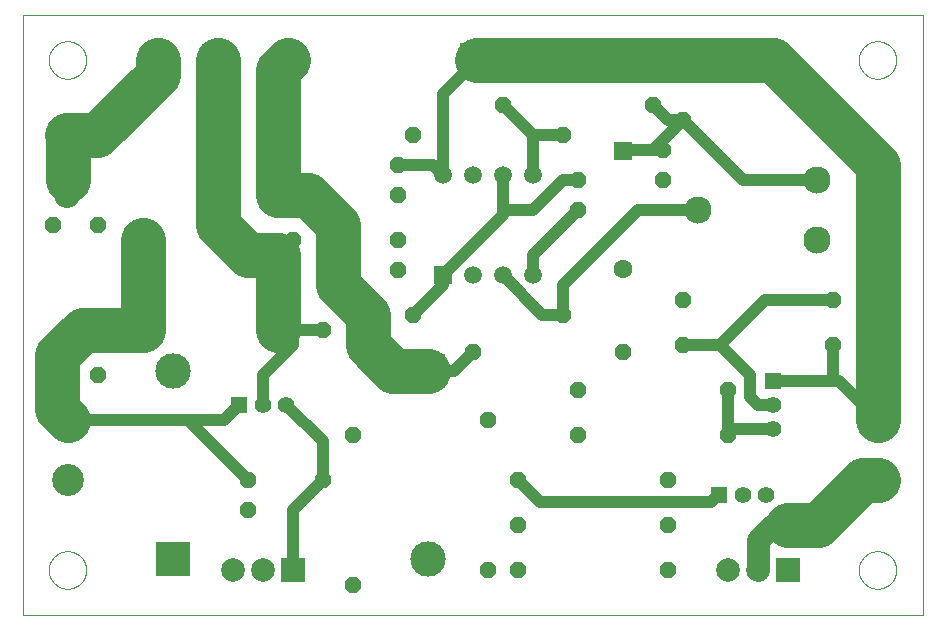
<source format=gtl>
G75*
%MOIN*%
%OFA0B0*%
%FSLAX25Y25*%
%IPPOS*%
%LPD*%
%AMOC8*
5,1,8,0,0,1.08239X$1,22.5*
%
%ADD10C,0.00000*%
%ADD11OC8,0.05600*%
%ADD12R,0.11811X0.11811*%
%ADD13C,0.11811*%
%ADD14R,0.06299X0.06299*%
%ADD15C,0.06299*%
%ADD16C,0.08661*%
%ADD17R,0.10630X0.10630*%
%ADD18C,0.10630*%
%ADD19R,0.05512X0.05512*%
%ADD20C,0.05512*%
%ADD21R,0.07874X0.07874*%
%ADD22C,0.07874*%
%ADD23C,0.09055*%
%ADD24R,0.05906X0.05906*%
%ADD25C,0.05906*%
%ADD26C,0.07500*%
%ADD27C,0.15000*%
%ADD28C,0.04000*%
D10*
X0001000Y0001000D02*
X0001000Y0201000D01*
X0301000Y0201000D01*
X0301000Y0001000D01*
X0001000Y0001000D01*
X0009750Y0016000D02*
X0009752Y0016158D01*
X0009758Y0016315D01*
X0009768Y0016473D01*
X0009782Y0016630D01*
X0009800Y0016786D01*
X0009821Y0016943D01*
X0009847Y0017098D01*
X0009877Y0017253D01*
X0009910Y0017407D01*
X0009948Y0017560D01*
X0009989Y0017713D01*
X0010034Y0017864D01*
X0010083Y0018014D01*
X0010136Y0018162D01*
X0010192Y0018310D01*
X0010253Y0018455D01*
X0010316Y0018600D01*
X0010384Y0018742D01*
X0010455Y0018883D01*
X0010529Y0019022D01*
X0010607Y0019159D01*
X0010689Y0019294D01*
X0010773Y0019427D01*
X0010862Y0019558D01*
X0010953Y0019686D01*
X0011048Y0019813D01*
X0011145Y0019936D01*
X0011246Y0020058D01*
X0011350Y0020176D01*
X0011457Y0020292D01*
X0011567Y0020405D01*
X0011679Y0020516D01*
X0011795Y0020623D01*
X0011913Y0020728D01*
X0012033Y0020830D01*
X0012156Y0020928D01*
X0012282Y0021024D01*
X0012410Y0021116D01*
X0012540Y0021205D01*
X0012672Y0021291D01*
X0012807Y0021373D01*
X0012944Y0021452D01*
X0013082Y0021527D01*
X0013222Y0021599D01*
X0013365Y0021667D01*
X0013508Y0021732D01*
X0013654Y0021793D01*
X0013801Y0021850D01*
X0013949Y0021904D01*
X0014099Y0021954D01*
X0014249Y0022000D01*
X0014401Y0022042D01*
X0014554Y0022081D01*
X0014708Y0022115D01*
X0014863Y0022146D01*
X0015018Y0022172D01*
X0015174Y0022195D01*
X0015331Y0022214D01*
X0015488Y0022229D01*
X0015645Y0022240D01*
X0015803Y0022247D01*
X0015961Y0022250D01*
X0016118Y0022249D01*
X0016276Y0022244D01*
X0016433Y0022235D01*
X0016591Y0022222D01*
X0016747Y0022205D01*
X0016904Y0022184D01*
X0017059Y0022160D01*
X0017214Y0022131D01*
X0017369Y0022098D01*
X0017522Y0022062D01*
X0017675Y0022021D01*
X0017826Y0021977D01*
X0017976Y0021929D01*
X0018125Y0021878D01*
X0018273Y0021822D01*
X0018419Y0021763D01*
X0018564Y0021700D01*
X0018707Y0021633D01*
X0018848Y0021563D01*
X0018987Y0021490D01*
X0019125Y0021413D01*
X0019261Y0021332D01*
X0019394Y0021248D01*
X0019525Y0021161D01*
X0019654Y0021070D01*
X0019781Y0020976D01*
X0019906Y0020879D01*
X0020027Y0020779D01*
X0020147Y0020676D01*
X0020263Y0020570D01*
X0020377Y0020461D01*
X0020489Y0020349D01*
X0020597Y0020235D01*
X0020702Y0020117D01*
X0020805Y0019997D01*
X0020904Y0019875D01*
X0021000Y0019750D01*
X0021093Y0019622D01*
X0021183Y0019493D01*
X0021269Y0019361D01*
X0021353Y0019227D01*
X0021432Y0019091D01*
X0021509Y0018953D01*
X0021581Y0018813D01*
X0021650Y0018671D01*
X0021716Y0018528D01*
X0021778Y0018383D01*
X0021836Y0018236D01*
X0021891Y0018088D01*
X0021942Y0017939D01*
X0021989Y0017788D01*
X0022032Y0017637D01*
X0022071Y0017484D01*
X0022107Y0017330D01*
X0022138Y0017176D01*
X0022166Y0017021D01*
X0022190Y0016865D01*
X0022210Y0016708D01*
X0022226Y0016551D01*
X0022238Y0016394D01*
X0022246Y0016237D01*
X0022250Y0016079D01*
X0022250Y0015921D01*
X0022246Y0015763D01*
X0022238Y0015606D01*
X0022226Y0015449D01*
X0022210Y0015292D01*
X0022190Y0015135D01*
X0022166Y0014979D01*
X0022138Y0014824D01*
X0022107Y0014670D01*
X0022071Y0014516D01*
X0022032Y0014363D01*
X0021989Y0014212D01*
X0021942Y0014061D01*
X0021891Y0013912D01*
X0021836Y0013764D01*
X0021778Y0013617D01*
X0021716Y0013472D01*
X0021650Y0013329D01*
X0021581Y0013187D01*
X0021509Y0013047D01*
X0021432Y0012909D01*
X0021353Y0012773D01*
X0021269Y0012639D01*
X0021183Y0012507D01*
X0021093Y0012378D01*
X0021000Y0012250D01*
X0020904Y0012125D01*
X0020805Y0012003D01*
X0020702Y0011883D01*
X0020597Y0011765D01*
X0020489Y0011651D01*
X0020377Y0011539D01*
X0020263Y0011430D01*
X0020147Y0011324D01*
X0020027Y0011221D01*
X0019906Y0011121D01*
X0019781Y0011024D01*
X0019654Y0010930D01*
X0019525Y0010839D01*
X0019394Y0010752D01*
X0019261Y0010668D01*
X0019125Y0010587D01*
X0018987Y0010510D01*
X0018848Y0010437D01*
X0018707Y0010367D01*
X0018564Y0010300D01*
X0018419Y0010237D01*
X0018273Y0010178D01*
X0018125Y0010122D01*
X0017976Y0010071D01*
X0017826Y0010023D01*
X0017675Y0009979D01*
X0017522Y0009938D01*
X0017369Y0009902D01*
X0017214Y0009869D01*
X0017059Y0009840D01*
X0016904Y0009816D01*
X0016747Y0009795D01*
X0016591Y0009778D01*
X0016433Y0009765D01*
X0016276Y0009756D01*
X0016118Y0009751D01*
X0015961Y0009750D01*
X0015803Y0009753D01*
X0015645Y0009760D01*
X0015488Y0009771D01*
X0015331Y0009786D01*
X0015174Y0009805D01*
X0015018Y0009828D01*
X0014863Y0009854D01*
X0014708Y0009885D01*
X0014554Y0009919D01*
X0014401Y0009958D01*
X0014249Y0010000D01*
X0014099Y0010046D01*
X0013949Y0010096D01*
X0013801Y0010150D01*
X0013654Y0010207D01*
X0013508Y0010268D01*
X0013365Y0010333D01*
X0013222Y0010401D01*
X0013082Y0010473D01*
X0012944Y0010548D01*
X0012807Y0010627D01*
X0012672Y0010709D01*
X0012540Y0010795D01*
X0012410Y0010884D01*
X0012282Y0010976D01*
X0012156Y0011072D01*
X0012033Y0011170D01*
X0011913Y0011272D01*
X0011795Y0011377D01*
X0011679Y0011484D01*
X0011567Y0011595D01*
X0011457Y0011708D01*
X0011350Y0011824D01*
X0011246Y0011942D01*
X0011145Y0012064D01*
X0011048Y0012187D01*
X0010953Y0012314D01*
X0010862Y0012442D01*
X0010773Y0012573D01*
X0010689Y0012706D01*
X0010607Y0012841D01*
X0010529Y0012978D01*
X0010455Y0013117D01*
X0010384Y0013258D01*
X0010316Y0013400D01*
X0010253Y0013545D01*
X0010192Y0013690D01*
X0010136Y0013838D01*
X0010083Y0013986D01*
X0010034Y0014136D01*
X0009989Y0014287D01*
X0009948Y0014440D01*
X0009910Y0014593D01*
X0009877Y0014747D01*
X0009847Y0014902D01*
X0009821Y0015057D01*
X0009800Y0015214D01*
X0009782Y0015370D01*
X0009768Y0015527D01*
X0009758Y0015685D01*
X0009752Y0015842D01*
X0009750Y0016000D01*
X0009750Y0186000D02*
X0009752Y0186158D01*
X0009758Y0186315D01*
X0009768Y0186473D01*
X0009782Y0186630D01*
X0009800Y0186786D01*
X0009821Y0186943D01*
X0009847Y0187098D01*
X0009877Y0187253D01*
X0009910Y0187407D01*
X0009948Y0187560D01*
X0009989Y0187713D01*
X0010034Y0187864D01*
X0010083Y0188014D01*
X0010136Y0188162D01*
X0010192Y0188310D01*
X0010253Y0188455D01*
X0010316Y0188600D01*
X0010384Y0188742D01*
X0010455Y0188883D01*
X0010529Y0189022D01*
X0010607Y0189159D01*
X0010689Y0189294D01*
X0010773Y0189427D01*
X0010862Y0189558D01*
X0010953Y0189686D01*
X0011048Y0189813D01*
X0011145Y0189936D01*
X0011246Y0190058D01*
X0011350Y0190176D01*
X0011457Y0190292D01*
X0011567Y0190405D01*
X0011679Y0190516D01*
X0011795Y0190623D01*
X0011913Y0190728D01*
X0012033Y0190830D01*
X0012156Y0190928D01*
X0012282Y0191024D01*
X0012410Y0191116D01*
X0012540Y0191205D01*
X0012672Y0191291D01*
X0012807Y0191373D01*
X0012944Y0191452D01*
X0013082Y0191527D01*
X0013222Y0191599D01*
X0013365Y0191667D01*
X0013508Y0191732D01*
X0013654Y0191793D01*
X0013801Y0191850D01*
X0013949Y0191904D01*
X0014099Y0191954D01*
X0014249Y0192000D01*
X0014401Y0192042D01*
X0014554Y0192081D01*
X0014708Y0192115D01*
X0014863Y0192146D01*
X0015018Y0192172D01*
X0015174Y0192195D01*
X0015331Y0192214D01*
X0015488Y0192229D01*
X0015645Y0192240D01*
X0015803Y0192247D01*
X0015961Y0192250D01*
X0016118Y0192249D01*
X0016276Y0192244D01*
X0016433Y0192235D01*
X0016591Y0192222D01*
X0016747Y0192205D01*
X0016904Y0192184D01*
X0017059Y0192160D01*
X0017214Y0192131D01*
X0017369Y0192098D01*
X0017522Y0192062D01*
X0017675Y0192021D01*
X0017826Y0191977D01*
X0017976Y0191929D01*
X0018125Y0191878D01*
X0018273Y0191822D01*
X0018419Y0191763D01*
X0018564Y0191700D01*
X0018707Y0191633D01*
X0018848Y0191563D01*
X0018987Y0191490D01*
X0019125Y0191413D01*
X0019261Y0191332D01*
X0019394Y0191248D01*
X0019525Y0191161D01*
X0019654Y0191070D01*
X0019781Y0190976D01*
X0019906Y0190879D01*
X0020027Y0190779D01*
X0020147Y0190676D01*
X0020263Y0190570D01*
X0020377Y0190461D01*
X0020489Y0190349D01*
X0020597Y0190235D01*
X0020702Y0190117D01*
X0020805Y0189997D01*
X0020904Y0189875D01*
X0021000Y0189750D01*
X0021093Y0189622D01*
X0021183Y0189493D01*
X0021269Y0189361D01*
X0021353Y0189227D01*
X0021432Y0189091D01*
X0021509Y0188953D01*
X0021581Y0188813D01*
X0021650Y0188671D01*
X0021716Y0188528D01*
X0021778Y0188383D01*
X0021836Y0188236D01*
X0021891Y0188088D01*
X0021942Y0187939D01*
X0021989Y0187788D01*
X0022032Y0187637D01*
X0022071Y0187484D01*
X0022107Y0187330D01*
X0022138Y0187176D01*
X0022166Y0187021D01*
X0022190Y0186865D01*
X0022210Y0186708D01*
X0022226Y0186551D01*
X0022238Y0186394D01*
X0022246Y0186237D01*
X0022250Y0186079D01*
X0022250Y0185921D01*
X0022246Y0185763D01*
X0022238Y0185606D01*
X0022226Y0185449D01*
X0022210Y0185292D01*
X0022190Y0185135D01*
X0022166Y0184979D01*
X0022138Y0184824D01*
X0022107Y0184670D01*
X0022071Y0184516D01*
X0022032Y0184363D01*
X0021989Y0184212D01*
X0021942Y0184061D01*
X0021891Y0183912D01*
X0021836Y0183764D01*
X0021778Y0183617D01*
X0021716Y0183472D01*
X0021650Y0183329D01*
X0021581Y0183187D01*
X0021509Y0183047D01*
X0021432Y0182909D01*
X0021353Y0182773D01*
X0021269Y0182639D01*
X0021183Y0182507D01*
X0021093Y0182378D01*
X0021000Y0182250D01*
X0020904Y0182125D01*
X0020805Y0182003D01*
X0020702Y0181883D01*
X0020597Y0181765D01*
X0020489Y0181651D01*
X0020377Y0181539D01*
X0020263Y0181430D01*
X0020147Y0181324D01*
X0020027Y0181221D01*
X0019906Y0181121D01*
X0019781Y0181024D01*
X0019654Y0180930D01*
X0019525Y0180839D01*
X0019394Y0180752D01*
X0019261Y0180668D01*
X0019125Y0180587D01*
X0018987Y0180510D01*
X0018848Y0180437D01*
X0018707Y0180367D01*
X0018564Y0180300D01*
X0018419Y0180237D01*
X0018273Y0180178D01*
X0018125Y0180122D01*
X0017976Y0180071D01*
X0017826Y0180023D01*
X0017675Y0179979D01*
X0017522Y0179938D01*
X0017369Y0179902D01*
X0017214Y0179869D01*
X0017059Y0179840D01*
X0016904Y0179816D01*
X0016747Y0179795D01*
X0016591Y0179778D01*
X0016433Y0179765D01*
X0016276Y0179756D01*
X0016118Y0179751D01*
X0015961Y0179750D01*
X0015803Y0179753D01*
X0015645Y0179760D01*
X0015488Y0179771D01*
X0015331Y0179786D01*
X0015174Y0179805D01*
X0015018Y0179828D01*
X0014863Y0179854D01*
X0014708Y0179885D01*
X0014554Y0179919D01*
X0014401Y0179958D01*
X0014249Y0180000D01*
X0014099Y0180046D01*
X0013949Y0180096D01*
X0013801Y0180150D01*
X0013654Y0180207D01*
X0013508Y0180268D01*
X0013365Y0180333D01*
X0013222Y0180401D01*
X0013082Y0180473D01*
X0012944Y0180548D01*
X0012807Y0180627D01*
X0012672Y0180709D01*
X0012540Y0180795D01*
X0012410Y0180884D01*
X0012282Y0180976D01*
X0012156Y0181072D01*
X0012033Y0181170D01*
X0011913Y0181272D01*
X0011795Y0181377D01*
X0011679Y0181484D01*
X0011567Y0181595D01*
X0011457Y0181708D01*
X0011350Y0181824D01*
X0011246Y0181942D01*
X0011145Y0182064D01*
X0011048Y0182187D01*
X0010953Y0182314D01*
X0010862Y0182442D01*
X0010773Y0182573D01*
X0010689Y0182706D01*
X0010607Y0182841D01*
X0010529Y0182978D01*
X0010455Y0183117D01*
X0010384Y0183258D01*
X0010316Y0183400D01*
X0010253Y0183545D01*
X0010192Y0183690D01*
X0010136Y0183838D01*
X0010083Y0183986D01*
X0010034Y0184136D01*
X0009989Y0184287D01*
X0009948Y0184440D01*
X0009910Y0184593D01*
X0009877Y0184747D01*
X0009847Y0184902D01*
X0009821Y0185057D01*
X0009800Y0185214D01*
X0009782Y0185370D01*
X0009768Y0185527D01*
X0009758Y0185685D01*
X0009752Y0185842D01*
X0009750Y0186000D01*
X0279750Y0186000D02*
X0279752Y0186158D01*
X0279758Y0186315D01*
X0279768Y0186473D01*
X0279782Y0186630D01*
X0279800Y0186786D01*
X0279821Y0186943D01*
X0279847Y0187098D01*
X0279877Y0187253D01*
X0279910Y0187407D01*
X0279948Y0187560D01*
X0279989Y0187713D01*
X0280034Y0187864D01*
X0280083Y0188014D01*
X0280136Y0188162D01*
X0280192Y0188310D01*
X0280253Y0188455D01*
X0280316Y0188600D01*
X0280384Y0188742D01*
X0280455Y0188883D01*
X0280529Y0189022D01*
X0280607Y0189159D01*
X0280689Y0189294D01*
X0280773Y0189427D01*
X0280862Y0189558D01*
X0280953Y0189686D01*
X0281048Y0189813D01*
X0281145Y0189936D01*
X0281246Y0190058D01*
X0281350Y0190176D01*
X0281457Y0190292D01*
X0281567Y0190405D01*
X0281679Y0190516D01*
X0281795Y0190623D01*
X0281913Y0190728D01*
X0282033Y0190830D01*
X0282156Y0190928D01*
X0282282Y0191024D01*
X0282410Y0191116D01*
X0282540Y0191205D01*
X0282672Y0191291D01*
X0282807Y0191373D01*
X0282944Y0191452D01*
X0283082Y0191527D01*
X0283222Y0191599D01*
X0283365Y0191667D01*
X0283508Y0191732D01*
X0283654Y0191793D01*
X0283801Y0191850D01*
X0283949Y0191904D01*
X0284099Y0191954D01*
X0284249Y0192000D01*
X0284401Y0192042D01*
X0284554Y0192081D01*
X0284708Y0192115D01*
X0284863Y0192146D01*
X0285018Y0192172D01*
X0285174Y0192195D01*
X0285331Y0192214D01*
X0285488Y0192229D01*
X0285645Y0192240D01*
X0285803Y0192247D01*
X0285961Y0192250D01*
X0286118Y0192249D01*
X0286276Y0192244D01*
X0286433Y0192235D01*
X0286591Y0192222D01*
X0286747Y0192205D01*
X0286904Y0192184D01*
X0287059Y0192160D01*
X0287214Y0192131D01*
X0287369Y0192098D01*
X0287522Y0192062D01*
X0287675Y0192021D01*
X0287826Y0191977D01*
X0287976Y0191929D01*
X0288125Y0191878D01*
X0288273Y0191822D01*
X0288419Y0191763D01*
X0288564Y0191700D01*
X0288707Y0191633D01*
X0288848Y0191563D01*
X0288987Y0191490D01*
X0289125Y0191413D01*
X0289261Y0191332D01*
X0289394Y0191248D01*
X0289525Y0191161D01*
X0289654Y0191070D01*
X0289781Y0190976D01*
X0289906Y0190879D01*
X0290027Y0190779D01*
X0290147Y0190676D01*
X0290263Y0190570D01*
X0290377Y0190461D01*
X0290489Y0190349D01*
X0290597Y0190235D01*
X0290702Y0190117D01*
X0290805Y0189997D01*
X0290904Y0189875D01*
X0291000Y0189750D01*
X0291093Y0189622D01*
X0291183Y0189493D01*
X0291269Y0189361D01*
X0291353Y0189227D01*
X0291432Y0189091D01*
X0291509Y0188953D01*
X0291581Y0188813D01*
X0291650Y0188671D01*
X0291716Y0188528D01*
X0291778Y0188383D01*
X0291836Y0188236D01*
X0291891Y0188088D01*
X0291942Y0187939D01*
X0291989Y0187788D01*
X0292032Y0187637D01*
X0292071Y0187484D01*
X0292107Y0187330D01*
X0292138Y0187176D01*
X0292166Y0187021D01*
X0292190Y0186865D01*
X0292210Y0186708D01*
X0292226Y0186551D01*
X0292238Y0186394D01*
X0292246Y0186237D01*
X0292250Y0186079D01*
X0292250Y0185921D01*
X0292246Y0185763D01*
X0292238Y0185606D01*
X0292226Y0185449D01*
X0292210Y0185292D01*
X0292190Y0185135D01*
X0292166Y0184979D01*
X0292138Y0184824D01*
X0292107Y0184670D01*
X0292071Y0184516D01*
X0292032Y0184363D01*
X0291989Y0184212D01*
X0291942Y0184061D01*
X0291891Y0183912D01*
X0291836Y0183764D01*
X0291778Y0183617D01*
X0291716Y0183472D01*
X0291650Y0183329D01*
X0291581Y0183187D01*
X0291509Y0183047D01*
X0291432Y0182909D01*
X0291353Y0182773D01*
X0291269Y0182639D01*
X0291183Y0182507D01*
X0291093Y0182378D01*
X0291000Y0182250D01*
X0290904Y0182125D01*
X0290805Y0182003D01*
X0290702Y0181883D01*
X0290597Y0181765D01*
X0290489Y0181651D01*
X0290377Y0181539D01*
X0290263Y0181430D01*
X0290147Y0181324D01*
X0290027Y0181221D01*
X0289906Y0181121D01*
X0289781Y0181024D01*
X0289654Y0180930D01*
X0289525Y0180839D01*
X0289394Y0180752D01*
X0289261Y0180668D01*
X0289125Y0180587D01*
X0288987Y0180510D01*
X0288848Y0180437D01*
X0288707Y0180367D01*
X0288564Y0180300D01*
X0288419Y0180237D01*
X0288273Y0180178D01*
X0288125Y0180122D01*
X0287976Y0180071D01*
X0287826Y0180023D01*
X0287675Y0179979D01*
X0287522Y0179938D01*
X0287369Y0179902D01*
X0287214Y0179869D01*
X0287059Y0179840D01*
X0286904Y0179816D01*
X0286747Y0179795D01*
X0286591Y0179778D01*
X0286433Y0179765D01*
X0286276Y0179756D01*
X0286118Y0179751D01*
X0285961Y0179750D01*
X0285803Y0179753D01*
X0285645Y0179760D01*
X0285488Y0179771D01*
X0285331Y0179786D01*
X0285174Y0179805D01*
X0285018Y0179828D01*
X0284863Y0179854D01*
X0284708Y0179885D01*
X0284554Y0179919D01*
X0284401Y0179958D01*
X0284249Y0180000D01*
X0284099Y0180046D01*
X0283949Y0180096D01*
X0283801Y0180150D01*
X0283654Y0180207D01*
X0283508Y0180268D01*
X0283365Y0180333D01*
X0283222Y0180401D01*
X0283082Y0180473D01*
X0282944Y0180548D01*
X0282807Y0180627D01*
X0282672Y0180709D01*
X0282540Y0180795D01*
X0282410Y0180884D01*
X0282282Y0180976D01*
X0282156Y0181072D01*
X0282033Y0181170D01*
X0281913Y0181272D01*
X0281795Y0181377D01*
X0281679Y0181484D01*
X0281567Y0181595D01*
X0281457Y0181708D01*
X0281350Y0181824D01*
X0281246Y0181942D01*
X0281145Y0182064D01*
X0281048Y0182187D01*
X0280953Y0182314D01*
X0280862Y0182442D01*
X0280773Y0182573D01*
X0280689Y0182706D01*
X0280607Y0182841D01*
X0280529Y0182978D01*
X0280455Y0183117D01*
X0280384Y0183258D01*
X0280316Y0183400D01*
X0280253Y0183545D01*
X0280192Y0183690D01*
X0280136Y0183838D01*
X0280083Y0183986D01*
X0280034Y0184136D01*
X0279989Y0184287D01*
X0279948Y0184440D01*
X0279910Y0184593D01*
X0279877Y0184747D01*
X0279847Y0184902D01*
X0279821Y0185057D01*
X0279800Y0185214D01*
X0279782Y0185370D01*
X0279768Y0185527D01*
X0279758Y0185685D01*
X0279752Y0185842D01*
X0279750Y0186000D01*
X0279750Y0016000D02*
X0279752Y0016158D01*
X0279758Y0016315D01*
X0279768Y0016473D01*
X0279782Y0016630D01*
X0279800Y0016786D01*
X0279821Y0016943D01*
X0279847Y0017098D01*
X0279877Y0017253D01*
X0279910Y0017407D01*
X0279948Y0017560D01*
X0279989Y0017713D01*
X0280034Y0017864D01*
X0280083Y0018014D01*
X0280136Y0018162D01*
X0280192Y0018310D01*
X0280253Y0018455D01*
X0280316Y0018600D01*
X0280384Y0018742D01*
X0280455Y0018883D01*
X0280529Y0019022D01*
X0280607Y0019159D01*
X0280689Y0019294D01*
X0280773Y0019427D01*
X0280862Y0019558D01*
X0280953Y0019686D01*
X0281048Y0019813D01*
X0281145Y0019936D01*
X0281246Y0020058D01*
X0281350Y0020176D01*
X0281457Y0020292D01*
X0281567Y0020405D01*
X0281679Y0020516D01*
X0281795Y0020623D01*
X0281913Y0020728D01*
X0282033Y0020830D01*
X0282156Y0020928D01*
X0282282Y0021024D01*
X0282410Y0021116D01*
X0282540Y0021205D01*
X0282672Y0021291D01*
X0282807Y0021373D01*
X0282944Y0021452D01*
X0283082Y0021527D01*
X0283222Y0021599D01*
X0283365Y0021667D01*
X0283508Y0021732D01*
X0283654Y0021793D01*
X0283801Y0021850D01*
X0283949Y0021904D01*
X0284099Y0021954D01*
X0284249Y0022000D01*
X0284401Y0022042D01*
X0284554Y0022081D01*
X0284708Y0022115D01*
X0284863Y0022146D01*
X0285018Y0022172D01*
X0285174Y0022195D01*
X0285331Y0022214D01*
X0285488Y0022229D01*
X0285645Y0022240D01*
X0285803Y0022247D01*
X0285961Y0022250D01*
X0286118Y0022249D01*
X0286276Y0022244D01*
X0286433Y0022235D01*
X0286591Y0022222D01*
X0286747Y0022205D01*
X0286904Y0022184D01*
X0287059Y0022160D01*
X0287214Y0022131D01*
X0287369Y0022098D01*
X0287522Y0022062D01*
X0287675Y0022021D01*
X0287826Y0021977D01*
X0287976Y0021929D01*
X0288125Y0021878D01*
X0288273Y0021822D01*
X0288419Y0021763D01*
X0288564Y0021700D01*
X0288707Y0021633D01*
X0288848Y0021563D01*
X0288987Y0021490D01*
X0289125Y0021413D01*
X0289261Y0021332D01*
X0289394Y0021248D01*
X0289525Y0021161D01*
X0289654Y0021070D01*
X0289781Y0020976D01*
X0289906Y0020879D01*
X0290027Y0020779D01*
X0290147Y0020676D01*
X0290263Y0020570D01*
X0290377Y0020461D01*
X0290489Y0020349D01*
X0290597Y0020235D01*
X0290702Y0020117D01*
X0290805Y0019997D01*
X0290904Y0019875D01*
X0291000Y0019750D01*
X0291093Y0019622D01*
X0291183Y0019493D01*
X0291269Y0019361D01*
X0291353Y0019227D01*
X0291432Y0019091D01*
X0291509Y0018953D01*
X0291581Y0018813D01*
X0291650Y0018671D01*
X0291716Y0018528D01*
X0291778Y0018383D01*
X0291836Y0018236D01*
X0291891Y0018088D01*
X0291942Y0017939D01*
X0291989Y0017788D01*
X0292032Y0017637D01*
X0292071Y0017484D01*
X0292107Y0017330D01*
X0292138Y0017176D01*
X0292166Y0017021D01*
X0292190Y0016865D01*
X0292210Y0016708D01*
X0292226Y0016551D01*
X0292238Y0016394D01*
X0292246Y0016237D01*
X0292250Y0016079D01*
X0292250Y0015921D01*
X0292246Y0015763D01*
X0292238Y0015606D01*
X0292226Y0015449D01*
X0292210Y0015292D01*
X0292190Y0015135D01*
X0292166Y0014979D01*
X0292138Y0014824D01*
X0292107Y0014670D01*
X0292071Y0014516D01*
X0292032Y0014363D01*
X0291989Y0014212D01*
X0291942Y0014061D01*
X0291891Y0013912D01*
X0291836Y0013764D01*
X0291778Y0013617D01*
X0291716Y0013472D01*
X0291650Y0013329D01*
X0291581Y0013187D01*
X0291509Y0013047D01*
X0291432Y0012909D01*
X0291353Y0012773D01*
X0291269Y0012639D01*
X0291183Y0012507D01*
X0291093Y0012378D01*
X0291000Y0012250D01*
X0290904Y0012125D01*
X0290805Y0012003D01*
X0290702Y0011883D01*
X0290597Y0011765D01*
X0290489Y0011651D01*
X0290377Y0011539D01*
X0290263Y0011430D01*
X0290147Y0011324D01*
X0290027Y0011221D01*
X0289906Y0011121D01*
X0289781Y0011024D01*
X0289654Y0010930D01*
X0289525Y0010839D01*
X0289394Y0010752D01*
X0289261Y0010668D01*
X0289125Y0010587D01*
X0288987Y0010510D01*
X0288848Y0010437D01*
X0288707Y0010367D01*
X0288564Y0010300D01*
X0288419Y0010237D01*
X0288273Y0010178D01*
X0288125Y0010122D01*
X0287976Y0010071D01*
X0287826Y0010023D01*
X0287675Y0009979D01*
X0287522Y0009938D01*
X0287369Y0009902D01*
X0287214Y0009869D01*
X0287059Y0009840D01*
X0286904Y0009816D01*
X0286747Y0009795D01*
X0286591Y0009778D01*
X0286433Y0009765D01*
X0286276Y0009756D01*
X0286118Y0009751D01*
X0285961Y0009750D01*
X0285803Y0009753D01*
X0285645Y0009760D01*
X0285488Y0009771D01*
X0285331Y0009786D01*
X0285174Y0009805D01*
X0285018Y0009828D01*
X0284863Y0009854D01*
X0284708Y0009885D01*
X0284554Y0009919D01*
X0284401Y0009958D01*
X0284249Y0010000D01*
X0284099Y0010046D01*
X0283949Y0010096D01*
X0283801Y0010150D01*
X0283654Y0010207D01*
X0283508Y0010268D01*
X0283365Y0010333D01*
X0283222Y0010401D01*
X0283082Y0010473D01*
X0282944Y0010548D01*
X0282807Y0010627D01*
X0282672Y0010709D01*
X0282540Y0010795D01*
X0282410Y0010884D01*
X0282282Y0010976D01*
X0282156Y0011072D01*
X0282033Y0011170D01*
X0281913Y0011272D01*
X0281795Y0011377D01*
X0281679Y0011484D01*
X0281567Y0011595D01*
X0281457Y0011708D01*
X0281350Y0011824D01*
X0281246Y0011942D01*
X0281145Y0012064D01*
X0281048Y0012187D01*
X0280953Y0012314D01*
X0280862Y0012442D01*
X0280773Y0012573D01*
X0280689Y0012706D01*
X0280607Y0012841D01*
X0280529Y0012978D01*
X0280455Y0013117D01*
X0280384Y0013258D01*
X0280316Y0013400D01*
X0280253Y0013545D01*
X0280192Y0013690D01*
X0280136Y0013838D01*
X0280083Y0013986D01*
X0280034Y0014136D01*
X0279989Y0014287D01*
X0279948Y0014440D01*
X0279910Y0014593D01*
X0279877Y0014747D01*
X0279847Y0014902D01*
X0279821Y0015057D01*
X0279800Y0015214D01*
X0279782Y0015370D01*
X0279768Y0015527D01*
X0279758Y0015685D01*
X0279752Y0015842D01*
X0279750Y0016000D01*
D11*
X0216000Y0016000D03*
X0216000Y0031000D03*
X0216000Y0046000D03*
X0236000Y0061000D03*
X0236000Y0076000D03*
X0221000Y0091000D03*
X0201000Y0088500D03*
X0186000Y0076000D03*
X0186000Y0061000D03*
X0166000Y0046000D03*
X0166000Y0031000D03*
X0166000Y0016000D03*
X0156000Y0016000D03*
X0111000Y0011000D03*
X0076000Y0036000D03*
X0076000Y0046000D03*
X0101000Y0046000D03*
X0111000Y0061000D03*
X0151000Y0088500D03*
X0131000Y0101000D03*
X0126000Y0116000D03*
X0126000Y0126000D03*
X0126000Y0141000D03*
X0126000Y0151000D03*
X0131000Y0161000D03*
X0161000Y0171000D03*
X0181000Y0161000D03*
X0186000Y0146000D03*
X0186000Y0136000D03*
X0214500Y0146000D03*
X0214500Y0156000D03*
X0221000Y0166000D03*
X0211000Y0171000D03*
X0271000Y0166000D03*
X0271000Y0106000D03*
X0271000Y0091000D03*
X0221000Y0106000D03*
X0181000Y0101000D03*
X0156000Y0066000D03*
X0101000Y0096000D03*
X0091000Y0096000D03*
X0091000Y0111000D03*
X0091000Y0126000D03*
X0041000Y0126000D03*
X0026000Y0131000D03*
X0011000Y0131000D03*
X0041000Y0111000D03*
X0041000Y0096000D03*
X0026000Y0081000D03*
X0011000Y0081000D03*
D12*
X0051000Y0019504D03*
X0136000Y0082496D03*
X0152496Y0186000D03*
D13*
X0089504Y0186000D03*
X0051000Y0082496D03*
X0136000Y0019504D03*
D14*
X0201000Y0155685D03*
D15*
X0201000Y0116315D03*
D16*
X0086039Y0141157D03*
X0086039Y0160843D03*
X0015961Y0160843D03*
X0015961Y0141157D03*
D17*
X0066000Y0186000D03*
X0016000Y0066000D03*
X0286000Y0046000D03*
D18*
X0286000Y0066000D03*
X0046000Y0186000D03*
X0016000Y0046000D03*
D19*
X0073126Y0071000D03*
X0233126Y0041000D03*
X0251000Y0078874D03*
D20*
X0251000Y0071000D03*
X0251000Y0063126D03*
X0248874Y0041000D03*
X0241000Y0041000D03*
X0088874Y0071000D03*
X0081000Y0071000D03*
D21*
X0091000Y0016000D03*
X0256000Y0016000D03*
D22*
X0246000Y0016000D03*
X0236000Y0016000D03*
X0081000Y0016000D03*
X0071000Y0016000D03*
D23*
X0226315Y0136000D03*
X0265685Y0126157D03*
X0265685Y0145843D03*
D24*
X0141000Y0114268D03*
D25*
X0151000Y0114268D03*
X0161000Y0114268D03*
X0171000Y0114268D03*
X0171000Y0147732D03*
X0161000Y0147732D03*
X0151000Y0147732D03*
X0141000Y0147732D03*
D26*
X0016000Y0146000D02*
X0015961Y0145961D01*
X0015961Y0141157D01*
X0246000Y0026000D02*
X0246000Y0016000D01*
X0246000Y0026000D02*
X0251000Y0031000D01*
X0256000Y0031000D01*
D27*
X0266000Y0031000D01*
X0281000Y0046000D01*
X0286000Y0046000D01*
X0286000Y0066000D02*
X0286000Y0151000D01*
X0271000Y0166000D01*
X0251000Y0186000D01*
X0152496Y0186000D01*
X0089504Y0186000D02*
X0086039Y0182535D01*
X0086039Y0160843D01*
X0086039Y0141157D01*
X0086197Y0141000D01*
X0096000Y0141000D01*
X0106000Y0131000D01*
X0106000Y0111000D01*
X0116000Y0101000D01*
X0116000Y0091000D01*
X0124504Y0082496D01*
X0136000Y0082496D01*
X0086000Y0096000D02*
X0086000Y0111000D01*
X0086000Y0121000D01*
X0076000Y0121000D01*
X0066000Y0131000D01*
X0066000Y0186000D01*
X0046000Y0186000D02*
X0046000Y0181000D01*
X0025843Y0160843D01*
X0015961Y0160843D01*
X0016000Y0160803D01*
X0016000Y0146000D01*
X0041000Y0126000D02*
X0041000Y0111000D01*
X0041000Y0096000D01*
X0021000Y0096000D01*
X0012500Y0087500D01*
X0012500Y0081000D01*
X0012500Y0069500D01*
X0016000Y0066000D01*
D28*
X0056000Y0066000D01*
X0068126Y0066000D01*
X0073126Y0071000D01*
X0081000Y0071000D02*
X0081000Y0081000D01*
X0091000Y0091000D01*
X0091000Y0096000D01*
X0101000Y0096000D01*
X0091000Y0096000D02*
X0086000Y0096000D01*
X0086000Y0111000D02*
X0091000Y0111000D01*
X0086000Y0121000D02*
X0091000Y0126000D01*
X0126000Y0151000D02*
X0137732Y0151000D01*
X0141000Y0147732D01*
X0141000Y0174504D01*
X0152496Y0186000D01*
X0161000Y0171000D02*
X0171000Y0161000D01*
X0171000Y0147732D01*
X0161000Y0147732D02*
X0161000Y0136000D01*
X0171000Y0136000D01*
X0181000Y0146000D01*
X0186000Y0146000D01*
X0186000Y0136000D02*
X0171000Y0121000D01*
X0171000Y0114268D01*
X0161000Y0114268D02*
X0174268Y0101000D01*
X0181000Y0101000D01*
X0181000Y0111000D01*
X0206000Y0136000D01*
X0226315Y0136000D01*
X0241157Y0145843D02*
X0265685Y0145843D01*
X0241157Y0145843D02*
X0221000Y0166000D01*
X0211000Y0156000D01*
X0206000Y0156000D01*
X0201315Y0156000D01*
X0201000Y0155685D01*
X0211000Y0156000D02*
X0214500Y0156000D01*
X0216000Y0166000D02*
X0221000Y0166000D01*
X0216000Y0166000D02*
X0211000Y0171000D01*
X0181000Y0161000D02*
X0171000Y0161000D01*
X0161000Y0136000D02*
X0161000Y0134268D01*
X0141000Y0114268D01*
X0141000Y0111000D01*
X0131000Y0101000D01*
X0144996Y0082496D02*
X0151000Y0088500D01*
X0144996Y0082496D02*
X0136000Y0082496D01*
X0101000Y0058874D02*
X0101000Y0046000D01*
X0091000Y0036000D01*
X0091000Y0016000D01*
X0076000Y0046000D02*
X0056000Y0066000D01*
X0088874Y0071000D02*
X0101000Y0058874D01*
X0166000Y0046000D02*
X0173500Y0038500D01*
X0230626Y0038500D01*
X0233126Y0041000D01*
X0236000Y0061000D02*
X0236000Y0076000D01*
X0243500Y0073500D02*
X0246000Y0071000D01*
X0251000Y0071000D01*
X0243500Y0073500D02*
X0243500Y0081000D01*
X0233500Y0091000D01*
X0248500Y0106000D01*
X0271000Y0106000D01*
X0271000Y0091000D02*
X0271000Y0078874D01*
X0273126Y0078874D01*
X0286000Y0066000D01*
X0271000Y0078874D02*
X0251000Y0078874D01*
X0233500Y0091000D02*
X0221000Y0091000D01*
X0238126Y0063126D02*
X0236000Y0061000D01*
X0238126Y0063126D02*
X0251000Y0063126D01*
X0186315Y0136000D02*
X0186000Y0136000D01*
X0012500Y0081000D02*
X0011000Y0081000D01*
M02*

</source>
